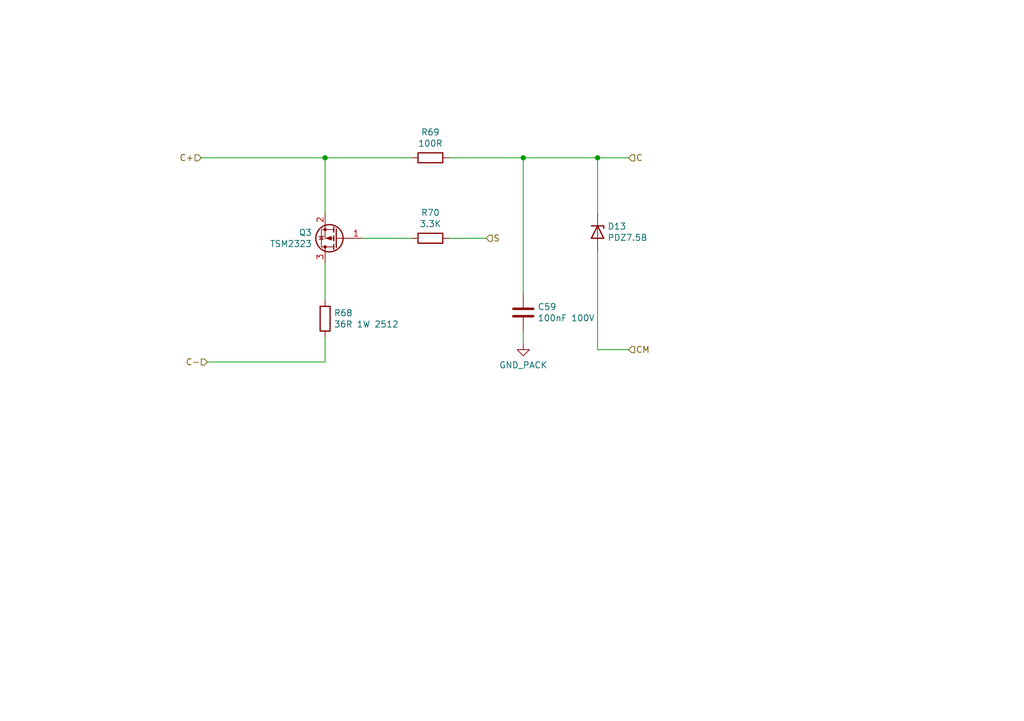
<source format=kicad_sch>
(kicad_sch (version 20230121) (generator eeschema)

  (uuid b617f54a-d595-416e-a403-41f59b27f156)

  (paper "A5")

  (title_block
    (date "2023-10-19")
    (rev "V0.1")
    (company "teTra")
  )

  (lib_symbols
    (symbol "Device:D_Zener" (pin_numbers hide) (pin_names (offset 1.016) hide) (in_bom yes) (on_board yes)
      (property "Reference" "D" (at 0 2.54 0)
        (effects (font (size 1.27 1.27)))
      )
      (property "Value" "D_Zener" (at 0 -2.54 0)
        (effects (font (size 1.27 1.27)))
      )
      (property "Footprint" "" (at 0 0 0)
        (effects (font (size 1.27 1.27)) hide)
      )
      (property "Datasheet" "~" (at 0 0 0)
        (effects (font (size 1.27 1.27)) hide)
      )
      (property "ki_keywords" "diode" (at 0 0 0)
        (effects (font (size 1.27 1.27)) hide)
      )
      (property "ki_description" "Zener diode" (at 0 0 0)
        (effects (font (size 1.27 1.27)) hide)
      )
      (property "ki_fp_filters" "TO-???* *_Diode_* *SingleDiode* D_*" (at 0 0 0)
        (effects (font (size 1.27 1.27)) hide)
      )
      (symbol "D_Zener_0_1"
        (polyline
          (pts
            (xy 1.27 0)
            (xy -1.27 0)
          )
          (stroke (width 0) (type default))
          (fill (type none))
        )
        (polyline
          (pts
            (xy -1.27 -1.27)
            (xy -1.27 1.27)
            (xy -0.762 1.27)
          )
          (stroke (width 0.254) (type default))
          (fill (type none))
        )
        (polyline
          (pts
            (xy 1.27 -1.27)
            (xy 1.27 1.27)
            (xy -1.27 0)
            (xy 1.27 -1.27)
          )
          (stroke (width 0.254) (type default))
          (fill (type none))
        )
      )
      (symbol "D_Zener_1_1"
        (pin passive line (at -3.81 0 0) (length 2.54)
          (name "K" (effects (font (size 1.27 1.27))))
          (number "1" (effects (font (size 1.27 1.27))))
        )
        (pin passive line (at 3.81 0 180) (length 2.54)
          (name "A" (effects (font (size 1.27 1.27))))
          (number "2" (effects (font (size 1.27 1.27))))
        )
      )
    )
    (symbol "Device:Q_PMOS_GSD" (pin_names (offset 0) hide) (in_bom yes) (on_board yes)
      (property "Reference" "Q" (at 5.08 1.27 0)
        (effects (font (size 1.27 1.27)) (justify left))
      )
      (property "Value" "Q_PMOS_GSD" (at 5.08 -1.27 0)
        (effects (font (size 1.27 1.27)) (justify left))
      )
      (property "Footprint" "" (at 5.08 2.54 0)
        (effects (font (size 1.27 1.27)) hide)
      )
      (property "Datasheet" "~" (at 0 0 0)
        (effects (font (size 1.27 1.27)) hide)
      )
      (property "ki_keywords" "transistor PMOS P-MOS P-MOSFET" (at 0 0 0)
        (effects (font (size 1.27 1.27)) hide)
      )
      (property "ki_description" "P-MOSFET transistor, gate/source/drain" (at 0 0 0)
        (effects (font (size 1.27 1.27)) hide)
      )
      (symbol "Q_PMOS_GSD_0_1"
        (polyline
          (pts
            (xy 0.254 0)
            (xy -2.54 0)
          )
          (stroke (width 0) (type default))
          (fill (type none))
        )
        (polyline
          (pts
            (xy 0.254 1.905)
            (xy 0.254 -1.905)
          )
          (stroke (width 0.254) (type default))
          (fill (type none))
        )
        (polyline
          (pts
            (xy 0.762 -1.27)
            (xy 0.762 -2.286)
          )
          (stroke (width 0.254) (type default))
          (fill (type none))
        )
        (polyline
          (pts
            (xy 0.762 0.508)
            (xy 0.762 -0.508)
          )
          (stroke (width 0.254) (type default))
          (fill (type none))
        )
        (polyline
          (pts
            (xy 0.762 2.286)
            (xy 0.762 1.27)
          )
          (stroke (width 0.254) (type default))
          (fill (type none))
        )
        (polyline
          (pts
            (xy 2.54 2.54)
            (xy 2.54 1.778)
          )
          (stroke (width 0) (type default))
          (fill (type none))
        )
        (polyline
          (pts
            (xy 2.54 -2.54)
            (xy 2.54 0)
            (xy 0.762 0)
          )
          (stroke (width 0) (type default))
          (fill (type none))
        )
        (polyline
          (pts
            (xy 0.762 1.778)
            (xy 3.302 1.778)
            (xy 3.302 -1.778)
            (xy 0.762 -1.778)
          )
          (stroke (width 0) (type default))
          (fill (type none))
        )
        (polyline
          (pts
            (xy 2.286 0)
            (xy 1.27 0.381)
            (xy 1.27 -0.381)
            (xy 2.286 0)
          )
          (stroke (width 0) (type default))
          (fill (type outline))
        )
        (polyline
          (pts
            (xy 2.794 -0.508)
            (xy 2.921 -0.381)
            (xy 3.683 -0.381)
            (xy 3.81 -0.254)
          )
          (stroke (width 0) (type default))
          (fill (type none))
        )
        (polyline
          (pts
            (xy 3.302 -0.381)
            (xy 2.921 0.254)
            (xy 3.683 0.254)
            (xy 3.302 -0.381)
          )
          (stroke (width 0) (type default))
          (fill (type none))
        )
        (circle (center 1.651 0) (radius 2.794)
          (stroke (width 0.254) (type default))
          (fill (type none))
        )
        (circle (center 2.54 -1.778) (radius 0.254)
          (stroke (width 0) (type default))
          (fill (type outline))
        )
        (circle (center 2.54 1.778) (radius 0.254)
          (stroke (width 0) (type default))
          (fill (type outline))
        )
      )
      (symbol "Q_PMOS_GSD_1_1"
        (pin input line (at -5.08 0 0) (length 2.54)
          (name "G" (effects (font (size 1.27 1.27))))
          (number "1" (effects (font (size 1.27 1.27))))
        )
        (pin passive line (at 2.54 -5.08 90) (length 2.54)
          (name "S" (effects (font (size 1.27 1.27))))
          (number "2" (effects (font (size 1.27 1.27))))
        )
        (pin passive line (at 2.54 5.08 270) (length 2.54)
          (name "D" (effects (font (size 1.27 1.27))))
          (number "3" (effects (font (size 1.27 1.27))))
        )
      )
    )
    (symbol "Device:R" (pin_numbers hide) (pin_names (offset 0)) (in_bom yes) (on_board yes)
      (property "Reference" "R" (at 2.032 0 90)
        (effects (font (size 1.27 1.27)))
      )
      (property "Value" "R" (at 0 0 90)
        (effects (font (size 1.27 1.27)))
      )
      (property "Footprint" "" (at -1.778 0 90)
        (effects (font (size 1.27 1.27)) hide)
      )
      (property "Datasheet" "~" (at 0 0 0)
        (effects (font (size 1.27 1.27)) hide)
      )
      (property "ki_keywords" "R res resistor" (at 0 0 0)
        (effects (font (size 1.27 1.27)) hide)
      )
      (property "ki_description" "Resistor" (at 0 0 0)
        (effects (font (size 1.27 1.27)) hide)
      )
      (property "ki_fp_filters" "R_*" (at 0 0 0)
        (effects (font (size 1.27 1.27)) hide)
      )
      (symbol "R_0_1"
        (rectangle (start -1.016 -2.54) (end 1.016 2.54)
          (stroke (width 0.254) (type default))
          (fill (type none))
        )
      )
      (symbol "R_1_1"
        (pin passive line (at 0 3.81 270) (length 1.27)
          (name "~" (effects (font (size 1.27 1.27))))
          (number "1" (effects (font (size 1.27 1.27))))
        )
        (pin passive line (at 0 -3.81 90) (length 1.27)
          (name "~" (effects (font (size 1.27 1.27))))
          (number "2" (effects (font (size 1.27 1.27))))
        )
      )
    )
    (symbol "LTC6811-rescue:C-Device" (pin_numbers hide) (pin_names (offset 0.254)) (in_bom yes) (on_board yes)
      (property "Reference" "C" (at 0.635 2.54 0)
        (effects (font (size 1.27 1.27)) (justify left))
      )
      (property "Value" "Device_C" (at 0.635 -2.54 0)
        (effects (font (size 1.27 1.27)) (justify left))
      )
      (property "Footprint" "" (at 0.9652 -3.81 0)
        (effects (font (size 1.27 1.27)) hide)
      )
      (property "Datasheet" "" (at 0 0 0)
        (effects (font (size 1.27 1.27)) hide)
      )
      (property "ki_fp_filters" "C_*" (at 0 0 0)
        (effects (font (size 1.27 1.27)) hide)
      )
      (symbol "C-Device_0_1"
        (polyline
          (pts
            (xy -2.032 -0.762)
            (xy 2.032 -0.762)
          )
          (stroke (width 0.508) (type solid))
          (fill (type none))
        )
        (polyline
          (pts
            (xy -2.032 0.762)
            (xy 2.032 0.762)
          )
          (stroke (width 0.508) (type solid))
          (fill (type none))
        )
      )
      (symbol "C-Device_1_1"
        (pin passive line (at 0 3.81 270) (length 2.794)
          (name "~" (effects (font (size 1.27 1.27))))
          (number "1" (effects (font (size 1.27 1.27))))
        )
        (pin passive line (at 0 -3.81 90) (length 2.794)
          (name "~" (effects (font (size 1.27 1.27))))
          (number "2" (effects (font (size 1.27 1.27))))
        )
      )
    )
    (symbol "power:GND_PACK" (power) (pin_names (offset 0)) (in_bom yes) (on_board yes)
      (property "Reference" "#PWR" (at 0 -6.35 0)
        (effects (font (size 1.27 1.27)) hide)
      )
      (property "Value" "GND_PACK" (at 0 -3.81 0)
        (effects (font (size 1.27 1.27)))
      )
      (property "Footprint" "" (at 0 0 0)
        (effects (font (size 1.27 1.27)) hide)
      )
      (property "Datasheet" "" (at 0 0 0)
        (effects (font (size 1.27 1.27)) hide)
      )
      (property "ki_keywords" "global power" (at 0 0 0)
        (effects (font (size 1.27 1.27)) hide)
      )
      (property "ki_description" "Power symbol creates a global label with name \"GND_PACK\" , ground" (at 0 0 0)
        (effects (font (size 1.27 1.27)) hide)
      )
      (symbol "GND_PACK_0_1"
        (polyline
          (pts
            (xy 0 0)
            (xy 0 -1.27)
            (xy 1.27 -1.27)
            (xy 0 -2.54)
            (xy -1.27 -1.27)
            (xy 0 -1.27)
          )
          (stroke (width 0) (type default))
          (fill (type none))
        )
      )
      (symbol "GND_PACK_1_1"
        (pin power_in line (at 0 0 270) (length 0) hide
          (name "GND_PACK" (effects (font (size 1.27 1.27))))
          (number "1" (effects (font (size 1.27 1.27))))
        )
      )
    )
  )

  (junction (at 122.555 32.385) (diameter 0) (color 0 0 0 0)
    (uuid 5a41a0a9-4a65-4203-9379-8b75415dce6d)
  )
  (junction (at 107.315 32.385) (diameter 0) (color 0 0 0 0)
    (uuid 5f139e44-093e-43a7-a558-f20763f89a8f)
  )
  (junction (at 66.675 32.385) (diameter 0) (color 0 0 0 0)
    (uuid b3215ab0-2cfc-4375-9f4b-50ddd3c00b07)
  )

  (wire (pts (xy 66.675 69.215) (xy 66.675 74.295))
    (stroke (width 0) (type default))
    (uuid 00449964-0469-4a40-8a7e-3261f8f4212d)
  )
  (wire (pts (xy 42.545 74.295) (xy 66.675 74.295))
    (stroke (width 0) (type default))
    (uuid 20aa87fc-cf9a-4f23-a711-cae9932a4116)
  )
  (wire (pts (xy 122.555 32.385) (xy 128.905 32.385))
    (stroke (width 0) (type default))
    (uuid 28efcf94-7f38-4e5a-9267-04afb8c9b61c)
  )
  (wire (pts (xy 107.315 32.385) (xy 107.315 60.325))
    (stroke (width 0) (type default))
    (uuid 3afca798-79e6-4583-9d91-d7af3342a090)
  )
  (wire (pts (xy 122.555 51.435) (xy 122.555 71.755))
    (stroke (width 0) (type default))
    (uuid 5d96c59a-744d-401f-b160-d49ad2c7fb37)
  )
  (wire (pts (xy 66.675 53.975) (xy 66.675 61.595))
    (stroke (width 0) (type default))
    (uuid 685fa693-2cd3-4577-ac16-caf4cb0af852)
  )
  (wire (pts (xy 92.075 48.895) (xy 99.695 48.895))
    (stroke (width 0) (type default))
    (uuid 980ada39-89b2-4e8d-ac5d-5e63b8225a22)
  )
  (wire (pts (xy 107.315 67.945) (xy 107.315 70.485))
    (stroke (width 0) (type default))
    (uuid 9e847583-a3ad-4aa2-b215-b0583e9cd0e7)
  )
  (wire (pts (xy 92.075 32.385) (xy 107.315 32.385))
    (stroke (width 0) (type default))
    (uuid d50952f2-e7b8-4d22-94ed-f1fb55d03bc9)
  )
  (wire (pts (xy 122.555 71.755) (xy 128.905 71.755))
    (stroke (width 0) (type default))
    (uuid e4f48ee0-1025-4c78-bcb3-94534fa4edbc)
  )
  (wire (pts (xy 107.315 32.385) (xy 122.555 32.385))
    (stroke (width 0) (type default))
    (uuid e53e0e6b-cb7c-4c17-b15b-9cafe4dfdcbe)
  )
  (wire (pts (xy 66.675 32.385) (xy 66.675 43.815))
    (stroke (width 0) (type default))
    (uuid e5b313e2-7811-4969-b2bd-2198c88a4048)
  )
  (wire (pts (xy 84.455 32.385) (xy 66.675 32.385))
    (stroke (width 0) (type default))
    (uuid eb2cd8c9-4878-4dc2-a6ce-f0eb2d55dcc9)
  )
  (wire (pts (xy 41.275 32.385) (xy 66.675 32.385))
    (stroke (width 0) (type default))
    (uuid f172ebd6-a074-4a52-9a82-d6e8207c0df7)
  )
  (wire (pts (xy 74.295 48.895) (xy 84.455 48.895))
    (stroke (width 0) (type default))
    (uuid f6c39dd0-8257-4df2-8246-2b7c82daa4a9)
  )
  (wire (pts (xy 122.555 43.815) (xy 122.555 32.385))
    (stroke (width 0) (type default))
    (uuid fdd47970-c072-4da4-8644-8bf011c6214b)
  )

  (hierarchical_label "S" (shape input) (at 99.695 48.895 0) (fields_autoplaced)
    (effects (font (size 1.27 1.27)) (justify left))
    (uuid 4a6bbecf-03f6-4c06-bb2e-550e96c8bdbc)
  )
  (hierarchical_label "C" (shape input) (at 128.905 32.385 0) (fields_autoplaced)
    (effects (font (size 1.27 1.27)) (justify left))
    (uuid 4d348356-9c8b-4d14-82b9-f6a543218144)
  )
  (hierarchical_label "C+" (shape input) (at 41.275 32.385 180) (fields_autoplaced)
    (effects (font (size 1.27 1.27)) (justify right))
    (uuid 4dda22f8-6091-4ff5-af73-cb7c121ff4d7)
  )
  (hierarchical_label "C-" (shape input) (at 42.545 74.295 180) (fields_autoplaced)
    (effects (font (size 1.27 1.27)) (justify right))
    (uuid 7558b255-b61b-4ec0-9d0f-5f1770b52780)
  )
  (hierarchical_label "CM" (shape input) (at 128.905 71.755 0) (fields_autoplaced)
    (effects (font (size 1.27 1.27)) (justify left))
    (uuid 9cc79c65-54f9-43ba-9363-91facd3e8160)
  )

  (symbol (lib_id "Device:Q_PMOS_GSD") (at 69.215 48.895 180) (unit 1)
    (in_bom yes) (on_board yes) (dnp no)
    (uuid 0521340c-6875-40b5-8f4e-658aa854575c)
    (property "Reference" "Q3" (at 64.008 47.7266 0)
      (effects (font (size 1.27 1.27)) (justify left))
    )
    (property "Value" "TSM2323" (at 64.008 50.038 0)
      (effects (font (size 1.27 1.27)) (justify left))
    )
    (property "Footprint" "Package_TO_SOT_SMD:SOT-23" (at 64.135 51.435 0)
      (effects (font (size 1.27 1.27)) hide)
    )
    (property "Datasheet" "https://www.taiwansemi.com/assets/uploads/datasheet/TSM2323_F15.pdf" (at 69.215 48.895 0)
      (effects (font (size 1.27 1.27)) hide)
    )
    (property "MPN" "TSM2323CX RFG " (at 69.215 48.895 0)
      (effects (font (size 1.27 1.27)) hide)
    )
    (property "Description" "P-Channel 20 V 4.7A (Ta) 1.25W (Ta) Surface Mount SOT-23" (at 69.215 48.895 0)
      (effects (font (size 1.27 1.27)) hide)
    )
    (property "Link" "https://www.digikey.jp/en/products/detail/taiwan-semiconductor-corporation/TSM2323CX-RFG/7360264?s=N4IgTCBcDaICoGUCyYDMaDCANABAJQDEBxHEAXQF8g" (at 69.215 48.895 0)
      (effects (font (size 1.27 1.27)) hide)
    )
    (pin "1" (uuid de979a08-0494-4a82-94cb-7307717053d8))
    (pin "2" (uuid 1eadc494-f02c-43e8-844d-5edaf151ab48))
    (pin "3" (uuid 84f172cc-039c-4244-8d81-344919d5ff2b))
    (instances
      (project "LTC6811_ESP32_V1.0"
        (path "/6a86ff6f-b159-4c4c-8a40-e732cc82e010/0999518d-09c3-4a69-bd78-ff81b3ce8dd2/465070a3-d5f3-43ad-8597-2e1a5d40b801"
          (reference "Q3") (unit 1)
        )
        (path "/6a86ff6f-b159-4c4c-8a40-e732cc82e010/0999518d-09c3-4a69-bd78-ff81b3ce8dd2/e334af48-6edd-41fc-8590-ee7e4dff41f8"
          (reference "Q4") (unit 1)
        )
        (path "/6a86ff6f-b159-4c4c-8a40-e732cc82e010/0999518d-09c3-4a69-bd78-ff81b3ce8dd2/19041a75-53c8-4483-ab7a-6e49fae012b6"
          (reference "Q5") (unit 1)
        )
        (path "/6a86ff6f-b159-4c4c-8a40-e732cc82e010/0999518d-09c3-4a69-bd78-ff81b3ce8dd2/e53818c9-b8a7-47e2-8bef-2b7a2c59483f"
          (reference "Q6") (unit 1)
        )
        (path "/6a86ff6f-b159-4c4c-8a40-e732cc82e010/0999518d-09c3-4a69-bd78-ff81b3ce8dd2/d68d73fb-b65c-48fe-93ad-ef8e1e59b36d"
          (reference "Q7") (unit 1)
        )
        (path "/6a86ff6f-b159-4c4c-8a40-e732cc82e010/0999518d-09c3-4a69-bd78-ff81b3ce8dd2/bd59d348-fc68-4734-92b5-50f888b7578c"
          (reference "Q8") (unit 1)
        )
        (path "/6a86ff6f-b159-4c4c-8a40-e732cc82e010/0999518d-09c3-4a69-bd78-ff81b3ce8dd2/8de7d13b-b697-42c9-ba84-33fadfc425b6"
          (reference "Q9") (unit 1)
        )
        (path "/6a86ff6f-b159-4c4c-8a40-e732cc82e010/0999518d-09c3-4a69-bd78-ff81b3ce8dd2/60cc472b-ffa3-49bc-9ffa-1eb4726af0bf"
          (reference "Q10") (unit 1)
        )
        (path "/6a86ff6f-b159-4c4c-8a40-e732cc82e010/0999518d-09c3-4a69-bd78-ff81b3ce8dd2/463e1fe4-7edf-42b1-8034-da5791a5ce86"
          (reference "Q11") (unit 1)
        )
        (path "/6a86ff6f-b159-4c4c-8a40-e732cc82e010/0999518d-09c3-4a69-bd78-ff81b3ce8dd2/210373bf-e475-47d4-99fb-665ba599d634"
          (reference "Q12") (unit 1)
        )
        (path "/6a86ff6f-b159-4c4c-8a40-e732cc82e010/0999518d-09c3-4a69-bd78-ff81b3ce8dd2/c041c063-928c-41d7-8623-0d8fabfc1e80"
          (reference "Q13") (unit 1)
        )
        (path "/6a86ff6f-b159-4c4c-8a40-e732cc82e010/0999518d-09c3-4a69-bd78-ff81b3ce8dd2/fedf4b0c-24fd-4552-8bac-0aa12510716a"
          (reference "Q14") (unit 1)
        )
      )
      (project "LTC6811"
        (path "/c4061cfa-a05d-44c7-ba89-bb211c8b143a/00000000-0000-0000-0000-00005c4fcbe0"
          (reference "Q3") (unit 1)
        )
        (path "/c4061cfa-a05d-44c7-ba89-bb211c8b143a/00000000-0000-0000-0000-00005c4fced8"
          (reference "Q5") (unit 1)
        )
        (path "/c4061cfa-a05d-44c7-ba89-bb211c8b143a/00000000-0000-0000-0000-00005c4fd330"
          (reference "Q7") (unit 1)
        )
        (path "/c4061cfa-a05d-44c7-ba89-bb211c8b143a/00000000-0000-0000-0000-00005c4fd33c"
          (reference "Q9") (unit 1)
        )
        (path "/c4061cfa-a05d-44c7-ba89-bb211c8b143a/00000000-0000-0000-0000-00005c4ffa2b"
          (reference "Q11") (unit 1)
        )
        (path "/c4061cfa-a05d-44c7-ba89-bb211c8b143a/00000000-0000-0000-0000-00005c4ffa37"
          (reference "Q13") (unit 1)
        )
        (path "/c4061cfa-a05d-44c7-ba89-bb211c8b143a/00000000-0000-0000-0000-00005c4fced2"
          (reference "Q4") (unit 1)
        )
        (path "/c4061cfa-a05d-44c7-ba89-bb211c8b143a/00000000-0000-0000-0000-00005c4fd336"
          (reference "Q8") (unit 1)
        )
        (path "/c4061cfa-a05d-44c7-ba89-bb211c8b143a/00000000-0000-0000-0000-00005c4ffa31"
          (reference "Q12") (unit 1)
        )
        (path "/c4061cfa-a05d-44c7-ba89-bb211c8b143a/00000000-0000-0000-0000-00005c4f59f4"
          (reference "Q2") (unit 1)
        )
        (path "/c4061cfa-a05d-44c7-ba89-bb211c8b143a/00000000-0000-0000-0000-00005c4ffa25"
          (reference "Q10") (unit 1)
        )
        (path "/c4061cfa-a05d-44c7-ba89-bb211c8b143a/00000000-0000-0000-0000-00005c4fd32a"
          (reference "Q6") (unit 1)
        )
      )
    )
  )

  (symbol (lib_id "power:GND_PACK") (at 107.315 70.485 0) (unit 1)
    (in_bom yes) (on_board yes) (dnp no) (fields_autoplaced)
    (uuid 5d892bb2-6629-460c-a20d-058cbe4979bb)
    (property "Reference" "#PWR085" (at 107.315 76.835 0)
      (effects (font (size 1.27 1.27)) hide)
    )
    (property "Value" "GND_PACK" (at 107.315 74.93 0)
      (effects (font (size 1.27 1.27)))
    )
    (property "Footprint" "" (at 107.315 70.485 0)
      (effects (font (size 1.27 1.27)) hide)
    )
    (property "Datasheet" "" (at 107.315 70.485 0)
      (effects (font (size 1.27 1.27)) hide)
    )
    (pin "1" (uuid c6433e8f-9801-448a-a8a7-0d35a802ca90))
    (instances
      (project "LTC6811_ESP32_V1.0"
        (path "/6a86ff6f-b159-4c4c-8a40-e732cc82e010/0999518d-09c3-4a69-bd78-ff81b3ce8dd2"
          (reference "#PWR085") (unit 1)
        )
        (path "/6a86ff6f-b159-4c4c-8a40-e732cc82e010/0999518d-09c3-4a69-bd78-ff81b3ce8dd2/465070a3-d5f3-43ad-8597-2e1a5d40b801"
          (reference "#PWR086") (unit 1)
        )
        (path "/6a86ff6f-b159-4c4c-8a40-e732cc82e010/0999518d-09c3-4a69-bd78-ff81b3ce8dd2/e334af48-6edd-41fc-8590-ee7e4dff41f8"
          (reference "#PWR087") (unit 1)
        )
        (path "/6a86ff6f-b159-4c4c-8a40-e732cc82e010/0999518d-09c3-4a69-bd78-ff81b3ce8dd2/19041a75-53c8-4483-ab7a-6e49fae012b6"
          (reference "#PWR088") (unit 1)
        )
        (path "/6a86ff6f-b159-4c4c-8a40-e732cc82e010/0999518d-09c3-4a69-bd78-ff81b3ce8dd2/e53818c9-b8a7-47e2-8bef-2b7a2c59483f"
          (reference "#PWR089") (unit 1)
        )
        (path "/6a86ff6f-b159-4c4c-8a40-e732cc82e010/0999518d-09c3-4a69-bd78-ff81b3ce8dd2/d68d73fb-b65c-48fe-93ad-ef8e1e59b36d"
          (reference "#PWR090") (unit 1)
        )
        (path "/6a86ff6f-b159-4c4c-8a40-e732cc82e010/0999518d-09c3-4a69-bd78-ff81b3ce8dd2/bd59d348-fc68-4734-92b5-50f888b7578c"
          (reference "#PWR091") (unit 1)
        )
        (path "/6a86ff6f-b159-4c4c-8a40-e732cc82e010/0999518d-09c3-4a69-bd78-ff81b3ce8dd2/8de7d13b-b697-42c9-ba84-33fadfc425b6"
          (reference "#PWR092") (unit 1)
        )
        (path "/6a86ff6f-b159-4c4c-8a40-e732cc82e010/0999518d-09c3-4a69-bd78-ff81b3ce8dd2/60cc472b-ffa3-49bc-9ffa-1eb4726af0bf"
          (reference "#PWR093") (unit 1)
        )
        (path "/6a86ff6f-b159-4c4c-8a40-e732cc82e010/0999518d-09c3-4a69-bd78-ff81b3ce8dd2/463e1fe4-7edf-42b1-8034-da5791a5ce86"
          (reference "#PWR094") (unit 1)
        )
        (path "/6a86ff6f-b159-4c4c-8a40-e732cc82e010/0999518d-09c3-4a69-bd78-ff81b3ce8dd2/210373bf-e475-47d4-99fb-665ba599d634"
          (reference "#PWR095") (unit 1)
        )
        (path "/6a86ff6f-b159-4c4c-8a40-e732cc82e010/0999518d-09c3-4a69-bd78-ff81b3ce8dd2/c041c063-928c-41d7-8623-0d8fabfc1e80"
          (reference "#PWR096") (unit 1)
        )
        (path "/6a86ff6f-b159-4c4c-8a40-e732cc82e010/0999518d-09c3-4a69-bd78-ff81b3ce8dd2/fedf4b0c-24fd-4552-8bac-0aa12510716a"
          (reference "#PWR097") (unit 1)
        )
      )
    )
  )

  (symbol (lib_id "Device:R") (at 88.265 48.895 270) (unit 1)
    (in_bom yes) (on_board yes) (dnp no)
    (uuid 5f2a1073-76ab-46f5-9581-e7e19e53c38d)
    (property "Reference" "R70" (at 88.265 43.6372 90)
      (effects (font (size 1.27 1.27)))
    )
    (property "Value" "3.3K" (at 88.265 45.9486 90)
      (effects (font (size 1.27 1.27)))
    )
    (property "Footprint" "Resistor_SMD:R_0603_1608Metric" (at 88.265 47.117 90)
      (effects (font (size 1.27 1.27)) hide)
    )
    (property "Datasheet" "https://www.yageo.com/upload/media/product/app/datasheet/rchip/pyu-rc_group_51_rohs_l.pdf" (at 88.265 48.895 0)
      (effects (font (size 1.27 1.27)) hide)
    )
    (property "MPN" "RC0603FR-073K3L" (at 88.265 48.895 0)
      (effects (font (size 1.27 1.27)) hide)
    )
    (property "Description" "3.3 kOhms ±1% 0.1W, 1/10W Chip Resistor 0603 (1608 Metric) Moisture Resistant Thick Film" (at 88.265 48.895 0)
      (effects (font (size 1.27 1.27)) hide)
    )
    (property "Link" "https://www.digikey.jp/en/products/detail/yageo/RC0603FR-073K3L/727126?s=N4IgTCBcDaIEoGEAMA2JBmAYnAtEg7OgNboAyIAugL5A" (at 88.265 48.895 0)
      (effects (font (size 1.27 1.27)) hide)
    )
    (pin "1" (uuid 2bdb3f02-610a-4f6a-9ec1-9e5915d7c4cb))
    (pin "2" (uuid 25ad0aa9-9760-4419-bf71-f28dd03f5761))
    (instances
      (project "LTC6811_ESP32_V1.0"
        (path "/6a86ff6f-b159-4c4c-8a40-e732cc82e010/0999518d-09c3-4a69-bd78-ff81b3ce8dd2/465070a3-d5f3-43ad-8597-2e1a5d40b801"
          (reference "R70") (unit 1)
        )
        (path "/6a86ff6f-b159-4c4c-8a40-e732cc82e010/0999518d-09c3-4a69-bd78-ff81b3ce8dd2/e334af48-6edd-41fc-8590-ee7e4dff41f8"
          (reference "R73") (unit 1)
        )
        (path "/6a86ff6f-b159-4c4c-8a40-e732cc82e010/0999518d-09c3-4a69-bd78-ff81b3ce8dd2/19041a75-53c8-4483-ab7a-6e49fae012b6"
          (reference "R76") (unit 1)
        )
        (path "/6a86ff6f-b159-4c4c-8a40-e732cc82e010/0999518d-09c3-4a69-bd78-ff81b3ce8dd2/e53818c9-b8a7-47e2-8bef-2b7a2c59483f"
          (reference "R79") (unit 1)
        )
        (path "/6a86ff6f-b159-4c4c-8a40-e732cc82e010/0999518d-09c3-4a69-bd78-ff81b3ce8dd2/d68d73fb-b65c-48fe-93ad-ef8e1e59b36d"
          (reference "R82") (unit 1)
        )
        (path "/6a86ff6f-b159-4c4c-8a40-e732cc82e010/0999518d-09c3-4a69-bd78-ff81b3ce8dd2/bd59d348-fc68-4734-92b5-50f888b7578c"
          (reference "R85") (unit 1)
        )
        (path "/6a86ff6f-b159-4c4c-8a40-e732cc82e010/0999518d-09c3-4a69-bd78-ff81b3ce8dd2/8de7d13b-b697-42c9-ba84-33fadfc425b6"
          (reference "R88") (unit 1)
        )
        (path "/6a86ff6f-b159-4c4c-8a40-e732cc82e010/0999518d-09c3-4a69-bd78-ff81b3ce8dd2/60cc472b-ffa3-49bc-9ffa-1eb4726af0bf"
          (reference "R91") (unit 1)
        )
        (path "/6a86ff6f-b159-4c4c-8a40-e732cc82e010/0999518d-09c3-4a69-bd78-ff81b3ce8dd2/463e1fe4-7edf-42b1-8034-da5791a5ce86"
          (reference "R94") (unit 1)
        )
        (path "/6a86ff6f-b159-4c4c-8a40-e732cc82e010/0999518d-09c3-4a69-bd78-ff81b3ce8dd2/210373bf-e475-47d4-99fb-665ba599d634"
          (reference "R97") (unit 1)
        )
        (path "/6a86ff6f-b159-4c4c-8a40-e732cc82e010/0999518d-09c3-4a69-bd78-ff81b3ce8dd2/c041c063-928c-41d7-8623-0d8fabfc1e80"
          (reference "R100") (unit 1)
        )
        (path "/6a86ff6f-b159-4c4c-8a40-e732cc82e010/0999518d-09c3-4a69-bd78-ff81b3ce8dd2/fedf4b0c-24fd-4552-8bac-0aa12510716a"
          (reference "R103") (unit 1)
        )
      )
      (project "LTC6811"
        (path "/c4061cfa-a05d-44c7-ba89-bb211c8b143a/00000000-0000-0000-0000-00005c4fcbe0"
          (reference "R17") (unit 1)
        )
        (path "/c4061cfa-a05d-44c7-ba89-bb211c8b143a/00000000-0000-0000-0000-00005c4fced8"
          (reference "R23") (unit 1)
        )
        (path "/c4061cfa-a05d-44c7-ba89-bb211c8b143a/00000000-0000-0000-0000-00005c4fd330"
          (reference "R29") (unit 1)
        )
        (path "/c4061cfa-a05d-44c7-ba89-bb211c8b143a/00000000-0000-0000-0000-00005c4fd33c"
          (reference "R35") (unit 1)
        )
        (path "/c4061cfa-a05d-44c7-ba89-bb211c8b143a/00000000-0000-0000-0000-00005c4ffa2b"
          (reference "R41") (unit 1)
        )
        (path "/c4061cfa-a05d-44c7-ba89-bb211c8b143a/00000000-0000-0000-0000-00005c4ffa37"
          (reference "R47") (unit 1)
        )
        (path "/c4061cfa-a05d-44c7-ba89-bb211c8b143a/00000000-0000-0000-0000-00005c4fced2"
          (reference "R20") (unit 1)
        )
        (path "/c4061cfa-a05d-44c7-ba89-bb211c8b143a/00000000-0000-0000-0000-00005c4fd336"
          (reference "R32") (unit 1)
        )
        (path "/c4061cfa-a05d-44c7-ba89-bb211c8b143a/00000000-0000-0000-0000-00005c4ffa31"
          (reference "R44") (unit 1)
        )
        (path "/c4061cfa-a05d-44c7-ba89-bb211c8b143a/00000000-0000-0000-0000-00005c4f59f4"
          (reference "R14") (unit 1)
        )
        (path "/c4061cfa-a05d-44c7-ba89-bb211c8b143a/00000000-0000-0000-0000-00005c4ffa25"
          (reference "R38") (unit 1)
        )
        (path "/c4061cfa-a05d-44c7-ba89-bb211c8b143a/00000000-0000-0000-0000-00005c4fd32a"
          (reference "R26") (unit 1)
        )
      )
    )
  )

  (symbol (lib_id "LTC6811-rescue:C-Device") (at 107.315 64.135 0) (unit 1)
    (in_bom yes) (on_board yes) (dnp no)
    (uuid b6a6273f-7685-4248-b1db-9f35a32326fb)
    (property "Reference" "C59" (at 110.236 62.9666 0)
      (effects (font (size 1.27 1.27)) (justify left))
    )
    (property "Value" "100nF 100V" (at 110.236 65.278 0)
      (effects (font (size 1.27 1.27)) (justify left))
    )
    (property "Footprint" "Capacitor_SMD:C_0603_1608Metric" (at 108.2802 67.945 0)
      (effects (font (size 1.27 1.27)) hide)
    )
    (property "Datasheet" "https://www.digikey.jp/en/products/detail/samsung-electro-mechanics/CL10B104KC8NNNC/5961291?s=N4IgTCBcDaIMIBkCMAGAQqgLAaTgDgDki4AdEkAXQF8g" (at 107.315 64.135 0)
      (effects (font (size 1.27 1.27)) hide)
    )
    (property "MPN" "CL10B104KC8NNNC" (at 107.315 64.135 0)
      (effects (font (size 1.27 1.27)) hide)
    )
    (property "Description" "0.1 µF ±10% 100V Ceramic Capacitor X7R 0603 (1608 Metric)" (at 107.315 64.135 0)
      (effects (font (size 1.27 1.27)) hide)
    )
    (property "Link" "https://www.digikey.jp/en/products/detail/samsung-electro-mechanics/CL10B104KC8NNNC/5961291?s=N4IgTCBcDaIMIBkCMAGAQqgLAaTgDgDki4QBdAXyA" (at 107.315 64.135 0)
      (effects (font (size 1.27 1.27)) hide)
    )
    (pin "1" (uuid b7d80729-4f1d-49bb-bf6f-af51490b6c3f))
    (pin "2" (uuid 38b99dfe-eb21-4ea2-ab90-5b0d05c8d2ab))
    (instances
      (project "LTC6811_ESP32_V1.0"
        (path "/6a86ff6f-b159-4c4c-8a40-e732cc82e010/0999518d-09c3-4a69-bd78-ff81b3ce8dd2/465070a3-d5f3-43ad-8597-2e1a5d40b801"
          (reference "C59") (unit 1)
        )
        (path "/6a86ff6f-b159-4c4c-8a40-e732cc82e010/0999518d-09c3-4a69-bd78-ff81b3ce8dd2/e334af48-6edd-41fc-8590-ee7e4dff41f8"
          (reference "C60") (unit 1)
        )
        (path "/6a86ff6f-b159-4c4c-8a40-e732cc82e010/0999518d-09c3-4a69-bd78-ff81b3ce8dd2/19041a75-53c8-4483-ab7a-6e49fae012b6"
          (reference "C61") (unit 1)
        )
        (path "/6a86ff6f-b159-4c4c-8a40-e732cc82e010/0999518d-09c3-4a69-bd78-ff81b3ce8dd2/e53818c9-b8a7-47e2-8bef-2b7a2c59483f"
          (reference "C62") (unit 1)
        )
        (path "/6a86ff6f-b159-4c4c-8a40-e732cc82e010/0999518d-09c3-4a69-bd78-ff81b3ce8dd2/d68d73fb-b65c-48fe-93ad-ef8e1e59b36d"
          (reference "C63") (unit 1)
        )
        (path "/6a86ff6f-b159-4c4c-8a40-e732cc82e010/0999518d-09c3-4a69-bd78-ff81b3ce8dd2/bd59d348-fc68-4734-92b5-50f888b7578c"
          (reference "C64") (unit 1)
        )
        (path "/6a86ff6f-b159-4c4c-8a40-e732cc82e010/0999518d-09c3-4a69-bd78-ff81b3ce8dd2/8de7d13b-b697-42c9-ba84-33fadfc425b6"
          (reference "C65") (unit 1)
        )
        (path "/6a86ff6f-b159-4c4c-8a40-e732cc82e010/0999518d-09c3-4a69-bd78-ff81b3ce8dd2/60cc472b-ffa3-49bc-9ffa-1eb4726af0bf"
          (reference "C66") (unit 1)
        )
        (path "/6a86ff6f-b159-4c4c-8a40-e732cc82e010/0999518d-09c3-4a69-bd78-ff81b3ce8dd2/463e1fe4-7edf-42b1-8034-da5791a5ce86"
          (reference "C67") (unit 1)
        )
        (path "/6a86ff6f-b159-4c4c-8a40-e732cc82e010/0999518d-09c3-4a69-bd78-ff81b3ce8dd2/210373bf-e475-47d4-99fb-665ba599d634"
          (reference "C68") (unit 1)
        )
        (path "/6a86ff6f-b159-4c4c-8a40-e732cc82e010/0999518d-09c3-4a69-bd78-ff81b3ce8dd2/c041c063-928c-41d7-8623-0d8fabfc1e80"
          (reference "C69") (unit 1)
        )
        (path "/6a86ff6f-b159-4c4c-8a40-e732cc82e010/0999518d-09c3-4a69-bd78-ff81b3ce8dd2/fedf4b0c-24fd-4552-8bac-0aa12510716a"
          (reference "C70") (unit 1)
        )
      )
      (project "LTC6811"
        (path "/c4061cfa-a05d-44c7-ba89-bb211c8b143a/00000000-0000-0000-0000-00005c4fcbe0"
          (reference "C14") (unit 1)
        )
        (path "/c4061cfa-a05d-44c7-ba89-bb211c8b143a/00000000-0000-0000-0000-00005c4fced8"
          (reference "C16") (unit 1)
        )
        (path "/c4061cfa-a05d-44c7-ba89-bb211c8b143a/00000000-0000-0000-0000-00005c4fd330"
          (reference "C18") (unit 1)
        )
        (path "/c4061cfa-a05d-44c7-ba89-bb211c8b143a/00000000-0000-0000-0000-00005c4fd33c"
          (reference "C20") (unit 1)
        )
        (path "/c4061cfa-a05d-44c7-ba89-bb211c8b143a/00000000-0000-0000-0000-00005c4ffa2b"
          (reference "C22") (unit 1)
        )
        (path "/c4061cfa-a05d-44c7-ba89-bb211c8b143a/00000000-0000-0000-0000-00005c4ffa37"
          (reference "C24") (unit 1)
        )
        (path "/c4061cfa-a05d-44c7-ba89-bb211c8b143a/00000000-0000-0000-0000-00005c4fced2"
          (reference "C15") (unit 1)
        )
        (path "/c4061cfa-a05d-44c7-ba89-bb211c8b143a/00000000-0000-0000-0000-00005c4fd336"
          (reference "C19") (unit 1)
        )
        (path "/c4061cfa-a05d-44c7-ba89-bb211c8b143a/00000000-0000-0000-0000-00005c4ffa31"
          (reference "C23") (unit 1)
        )
        (path "/c4061cfa-a05d-44c7-ba89-bb211c8b143a/00000000-0000-0000-0000-00005c4f59f4"
          (reference "C13") (unit 1)
        )
        (path "/c4061cfa-a05d-44c7-ba89-bb211c8b143a/00000000-0000-0000-0000-00005c4ffa25"
          (reference "C21") (unit 1)
        )
        (path "/c4061cfa-a05d-44c7-ba89-bb211c8b143a/00000000-0000-0000-0000-00005c4fd32a"
          (reference "C17") (unit 1)
        )
      )
    )
  )

  (symbol (lib_id "Device:R") (at 66.675 65.405 180) (unit 1)
    (in_bom yes) (on_board yes) (dnp no)
    (uuid cf86cc3e-0bf9-498f-9c39-5ddc44f31eaf)
    (property "Reference" "R68" (at 68.453 64.2366 0)
      (effects (font (size 1.27 1.27)) (justify right))
    )
    (property "Value" "36R 1W 2512" (at 68.453 66.548 0)
      (effects (font (size 1.27 1.27)) (justify right))
    )
    (property "Footprint" "Resistor_SMD:R_2512_6332Metric" (at 68.453 65.405 90)
      (effects (font (size 1.27 1.27)) hide)
    )
    (property "Datasheet" "https://www.seielect.com/catalog/sei-rmcf_rmcp.pdf" (at 66.675 65.405 0)
      (effects (font (size 1.27 1.27)) hide)
    )
    (property "MPN" "RTT25360JTE" (at 66.675 65.405 0)
      (effects (font (size 1.27 1.27)) hide)
    )
    (property "Description" "36 Ohms ±5% 1W Chip Resistor 2512 (6432 Metric) Automotive AEC-Q200 Thick Film" (at 66.675 65.405 0)
      (effects (font (size 1.27 1.27)) hide)
    )
    (property "Link" "https://www.digikey.jp/en/products/detail/stackpole-electronics-inc/RMCF2512JT36R0/1716346" (at 66.675 65.405 0)
      (effects (font (size 1.27 1.27)) hide)
    )
    (pin "1" (uuid 1ff8c558-430b-43a8-90ed-c8866ce35a66))
    (pin "2" (uuid bccc98af-94b7-49b5-bd79-712c586015a2))
    (instances
      (project "LTC6811_ESP32_V1.0"
        (path "/6a86ff6f-b159-4c4c-8a40-e732cc82e010/0999518d-09c3-4a69-bd78-ff81b3ce8dd2/465070a3-d5f3-43ad-8597-2e1a5d40b801"
          (reference "R68") (unit 1)
        )
        (path "/6a86ff6f-b159-4c4c-8a40-e732cc82e010/0999518d-09c3-4a69-bd78-ff81b3ce8dd2/e334af48-6edd-41fc-8590-ee7e4dff41f8"
          (reference "R71") (unit 1)
        )
        (path "/6a86ff6f-b159-4c4c-8a40-e732cc82e010/0999518d-09c3-4a69-bd78-ff81b3ce8dd2/19041a75-53c8-4483-ab7a-6e49fae012b6"
          (reference "R74") (unit 1)
        )
        (path "/6a86ff6f-b159-4c4c-8a40-e732cc82e010/0999518d-09c3-4a69-bd78-ff81b3ce8dd2/e53818c9-b8a7-47e2-8bef-2b7a2c59483f"
          (reference "R77") (unit 1)
        )
        (path "/6a86ff6f-b159-4c4c-8a40-e732cc82e010/0999518d-09c3-4a69-bd78-ff81b3ce8dd2/d68d73fb-b65c-48fe-93ad-ef8e1e59b36d"
          (reference "R80") (unit 1)
        )
        (path "/6a86ff6f-b159-4c4c-8a40-e732cc82e010/0999518d-09c3-4a69-bd78-ff81b3ce8dd2/bd59d348-fc68-4734-92b5-50f888b7578c"
          (reference "R83") (unit 1)
        )
        (path "/6a86ff6f-b159-4c4c-8a40-e732cc82e010/0999518d-09c3-4a69-bd78-ff81b3ce8dd2/8de7d13b-b697-42c9-ba84-33fadfc425b6"
          (reference "R86") (unit 1)
        )
        (path "/6a86ff6f-b159-4c4c-8a40-e732cc82e010/0999518d-09c3-4a69-bd78-ff81b3ce8dd2/60cc472b-ffa3-49bc-9ffa-1eb4726af0bf"
          (reference "R89") (unit 1)
        )
        (path "/6a86ff6f-b159-4c4c-8a40-e732cc82e010/0999518d-09c3-4a69-bd78-ff81b3ce8dd2/463e1fe4-7edf-42b1-8034-da5791a5ce86"
          (reference "R92") (unit 1)
        )
        (path "/6a86ff6f-b159-4c4c-8a40-e732cc82e010/0999518d-09c3-4a69-bd78-ff81b3ce8dd2/210373bf-e475-47d4-99fb-665ba599d634"
          (reference "R95") (unit 1)
        )
        (path "/6a86ff6f-b159-4c4c-8a40-e732cc82e010/0999518d-09c3-4a69-bd78-ff81b3ce8dd2/c041c063-928c-41d7-8623-0d8fabfc1e80"
          (reference "R98") (unit 1)
        )
        (path "/6a86ff6f-b159-4c4c-8a40-e732cc82e010/0999518d-09c3-4a69-bd78-ff81b3ce8dd2/fedf4b0c-24fd-4552-8bac-0aa12510716a"
          (reference "R101") (unit 1)
        )
      )
      (project "LTC6811"
        (path "/c4061cfa-a05d-44c7-ba89-bb211c8b143a/00000000-0000-0000-0000-00005c4fcbe0"
          (reference "R15") (unit 1)
        )
        (path "/c4061cfa-a05d-44c7-ba89-bb211c8b143a/00000000-0000-0000-0000-00005c4fced8"
          (reference "R21") (unit 1)
        )
        (path "/c4061cfa-a05d-44c7-ba89-bb211c8b143a/00000000-0000-0000-0000-00005c4fd330"
          (reference "R27") (unit 1)
        )
        (path "/c4061cfa-a05d-44c7-ba89-bb211c8b143a/00000000-0000-0000-0000-00005c4fd33c"
          (reference "R33") (unit 1)
        )
        (path "/c4061cfa-a05d-44c7-ba89-bb211c8b143a/00000000-0000-0000-0000-00005c4ffa2b"
          (reference "R39") (unit 1)
        )
        (path "/c4061cfa-a05d-44c7-ba89-bb211c8b143a/00000000-0000-0000-0000-00005c4ffa37"
          (reference "R45") (unit 1)
        )
        (path "/c4061cfa-a05d-44c7-ba89-bb211c8b143a/00000000-0000-0000-0000-00005c4fced2"
          (reference "R18") (unit 1)
        )
        (path "/c4061cfa-a05d-44c7-ba89-bb211c8b143a/00000000-0000-0000-0000-00005c4fd336"
          (reference "R30") (unit 1)
        )
        (path "/c4061cfa-a05d-44c7-ba89-bb211c8b143a/00000000-0000-0000-0000-00005c4ffa31"
          (reference "R42") (unit 1)
        )
        (path "/c4061cfa-a05d-44c7-ba89-bb211c8b143a/00000000-0000-0000-0000-00005c4f59f4"
          (reference "R12") (unit 1)
        )
        (path "/c4061cfa-a05d-44c7-ba89-bb211c8b143a/00000000-0000-0000-0000-00005c4ffa25"
          (reference "R36") (unit 1)
        )
        (path "/c4061cfa-a05d-44c7-ba89-bb211c8b143a/00000000-0000-0000-0000-00005c4fd32a"
          (reference "R24") (unit 1)
        )
      )
    )
  )

  (symbol (lib_id "Device:D_Zener") (at 122.555 47.625 270) (unit 1)
    (in_bom yes) (on_board yes) (dnp no)
    (uuid e9f8dff2-0f77-410d-90a4-ff6b6cb1f514)
    (property "Reference" "D13" (at 124.5616 46.4566 90)
      (effects (font (size 1.27 1.27)) (justify left))
    )
    (property "Value" "PDZ7.5B" (at 124.5616 48.768 90)
      (effects (font (size 1.27 1.27)) (justify left))
    )
    (property "Footprint" "Diode_SMD:D_SOD-323" (at 122.555 47.625 0)
      (effects (font (size 1.27 1.27)) hide)
    )
    (property "Datasheet" "https://assets.nexperia.com/documents/data-sheet/PDZ-B_SER.pdf" (at 122.555 47.625 0)
      (effects (font (size 1.27 1.27)) hide)
    )
    (property "MPN" "PDZ7.5BZ" (at 122.555 47.625 0)
      (effects (font (size 1.27 1.27)) hide)
    )
    (property "Description" "Zener Diode 7.6 V 400 mW ±2% Surface Mount SOD-323" (at 122.555 47.625 0)
      (effects (font (size 1.27 1.27)) hide)
    )
    (property "Link" "https://www.digikey.jp/en/products/detail/nexperia-usa-inc/PDZ7-5BZ/7495708" (at 122.555 47.625 0)
      (effects (font (size 1.27 1.27)) hide)
    )
    (pin "1" (uuid d065ce37-03a7-4055-bc57-299c21d74015))
    (pin "2" (uuid d6dd6a56-e0ee-440b-9167-c52e648c11e6))
    (instances
      (project "LTC6811_ESP32_V1.0"
        (path "/6a86ff6f-b159-4c4c-8a40-e732cc82e010/0999518d-09c3-4a69-bd78-ff81b3ce8dd2/465070a3-d5f3-43ad-8597-2e1a5d40b801"
          (reference "D13") (unit 1)
        )
        (path "/6a86ff6f-b159-4c4c-8a40-e732cc82e010/0999518d-09c3-4a69-bd78-ff81b3ce8dd2/e334af48-6edd-41fc-8590-ee7e4dff41f8"
          (reference "D14") (unit 1)
        )
        (path "/6a86ff6f-b159-4c4c-8a40-e732cc82e010/0999518d-09c3-4a69-bd78-ff81b3ce8dd2/19041a75-53c8-4483-ab7a-6e49fae012b6"
          (reference "D15") (unit 1)
        )
        (path "/6a86ff6f-b159-4c4c-8a40-e732cc82e010/0999518d-09c3-4a69-bd78-ff81b3ce8dd2/e53818c9-b8a7-47e2-8bef-2b7a2c59483f"
          (reference "D16") (unit 1)
        )
        (path "/6a86ff6f-b159-4c4c-8a40-e732cc82e010/0999518d-09c3-4a69-bd78-ff81b3ce8dd2/d68d73fb-b65c-48fe-93ad-ef8e1e59b36d"
          (reference "D17") (unit 1)
        )
        (path "/6a86ff6f-b159-4c4c-8a40-e732cc82e010/0999518d-09c3-4a69-bd78-ff81b3ce8dd2/bd59d348-fc68-4734-92b5-50f888b7578c"
          (reference "D18") (unit 1)
        )
        (path "/6a86ff6f-b159-4c4c-8a40-e732cc82e010/0999518d-09c3-4a69-bd78-ff81b3ce8dd2/8de7d13b-b697-42c9-ba84-33fadfc425b6"
          (reference "D19") (unit 1)
        )
        (path "/6a86ff6f-b159-4c4c-8a40-e732cc82e010/0999518d-09c3-4a69-bd78-ff81b3ce8dd2/60cc472b-ffa3-49bc-9ffa-1eb4726af0bf"
          (reference "D20") (unit 1)
        )
        (path "/6a86ff6f-b159-4c4c-8a40-e732cc82e010/0999518d-09c3-4a69-bd78-ff81b3ce8dd2/463e1fe4-7edf-42b1-8034-da5791a5ce86"
          (reference "D21") (unit 1)
        )
        (path "/6a86ff6f-b159-4c4c-8a40-e732cc82e010/0999518d-09c3-4a69-bd78-ff81b3ce8dd2/210373bf-e475-47d4-99fb-665ba599d634"
          (reference "D22") (unit 1)
        )
        (path "/6a86ff6f-b159-4c4c-8a40-e732cc82e010/0999518d-09c3-4a69-bd78-ff81b3ce8dd2/c041c063-928c-41d7-8623-0d8fabfc1e80"
          (reference "D23") (unit 1)
        )
        (path "/6a86ff6f-b159-4c4c-8a40-e732cc82e010/0999518d-09c3-4a69-bd78-ff81b3ce8dd2/fedf4b0c-24fd-4552-8bac-0aa12510716a"
          (reference "D24") (unit 1)
        )
      )
      (project "LTC6811"
        (path "/c4061cfa-a05d-44c7-ba89-bb211c8b143a/00000000-0000-0000-0000-00005c4fced2"
          (reference "D3") (unit 1)
        )
        (path "/c4061cfa-a05d-44c7-ba89-bb211c8b143a/00000000-0000-0000-0000-00005c4fced8"
          (reference "D4") (unit 1)
        )
        (path "/c4061cfa-a05d-44c7-ba89-bb211c8b143a/00000000-0000-0000-0000-00005c4fd330"
          (reference "D6") (unit 1)
        )
        (path "/c4061cfa-a05d-44c7-ba89-bb211c8b143a/00000000-0000-0000-0000-00005c4fd33c"
          (reference "D8") (unit 1)
        )
        (path "/c4061cfa-a05d-44c7-ba89-bb211c8b143a/00000000-0000-0000-0000-00005c4ffa2b"
          (reference "D10") (unit 1)
        )
        (path "/c4061cfa-a05d-44c7-ba89-bb211c8b143a/00000000-0000-0000-0000-00005c4ffa37"
          (reference "D12") (unit 1)
        )
        (path "/c4061cfa-a05d-44c7-ba89-bb211c8b143a/00000000-0000-0000-0000-00005c4fcbe0"
          (reference "D2") (unit 1)
        )
        (path "/c4061cfa-a05d-44c7-ba89-bb211c8b143a/00000000-0000-0000-0000-00005c4fd336"
          (reference "D7") (unit 1)
        )
        (path "/c4061cfa-a05d-44c7-ba89-bb211c8b143a/00000000-0000-0000-0000-00005c4ffa31"
          (reference "D11") (unit 1)
        )
        (path "/c4061cfa-a05d-44c7-ba89-bb211c8b143a/00000000-0000-0000-0000-00005c4fd32a"
          (reference "D5") (unit 1)
        )
        (path "/c4061cfa-a05d-44c7-ba89-bb211c8b143a/00000000-0000-0000-0000-00005c4f59f4"
          (reference "D1") (unit 1)
        )
        (path "/c4061cfa-a05d-44c7-ba89-bb211c8b143a/00000000-0000-0000-0000-00005c4ffa25"
          (reference "D9") (unit 1)
        )
      )
    )
  )

  (symbol (lib_id "Device:R") (at 88.265 32.385 270) (unit 1)
    (in_bom yes) (on_board yes) (dnp no)
    (uuid f16eab15-5551-4469-8385-88c329c1058a)
    (property "Reference" "R69" (at 88.265 27.1272 90)
      (effects (font (size 1.27 1.27)))
    )
    (property "Value" "100R" (at 88.265 29.4386 90)
      (effects (font (size 1.27 1.27)))
    )
    (property "Footprint" "Resistor_SMD:R_0603_1608Metric" (at 88.265 30.607 90)
      (effects (font (size 1.27 1.27)) hide)
    )
    (property "Datasheet" "https://www.yageo.com/upload/media/product/app/datasheet/rchip/pyu-rc_group_51_rohs_l.pdf" (at 88.265 32.385 0)
      (effects (font (size 1.27 1.27)) hide)
    )
    (property "MPN" "RC0603FR-07100RL" (at 88.265 32.385 0)
      (effects (font (size 1.27 1.27)) hide)
    )
    (property "Description" "100 Ohms ±1% 0.1W, 1/10W Chip Resistor 0603 (1608 Metric) Moisture Resistant Thick Film" (at 88.265 32.385 0)
      (effects (font (size 1.27 1.27)) hide)
    )
    (property "Link" "https://www.digikey.jp/en/products/detail/yageo/RC0603FR-07100RL/726888?s=N4IgTCBcDaIEoGEAMA2JBmAYnAtEg7AIxJJwAyIAugL5A" (at 88.265 32.385 0)
      (effects (font (size 1.27 1.27)) hide)
    )
    (pin "1" (uuid 0624b06b-089c-4b9a-8f49-76732768c24c))
    (pin "2" (uuid 407c3cf2-fd65-4fec-8b81-b5de6a48eb20))
    (instances
      (project "LTC6811_ESP32_V1.0"
        (path "/6a86ff6f-b159-4c4c-8a40-e732cc82e010/0999518d-09c3-4a69-bd78-ff81b3ce8dd2/465070a3-d5f3-43ad-8597-2e1a5d40b801"
          (reference "R69") (unit 1)
        )
        (path "/6a86ff6f-b159-4c4c-8a40-e732cc82e010/0999518d-09c3-4a69-bd78-ff81b3ce8dd2/e334af48-6edd-41fc-8590-ee7e4dff41f8"
          (reference "R72") (unit 1)
        )
        (path "/6a86ff6f-b159-4c4c-8a40-e732cc82e010/0999518d-09c3-4a69-bd78-ff81b3ce8dd2/19041a75-53c8-4483-ab7a-6e49fae012b6"
          (reference "R75") (unit 1)
        )
        (path "/6a86ff6f-b159-4c4c-8a40-e732cc82e010/0999518d-09c3-4a69-bd78-ff81b3ce8dd2/e53818c9-b8a7-47e2-8bef-2b7a2c59483f"
          (reference "R78") (unit 1)
        )
        (path "/6a86ff6f-b159-4c4c-8a40-e732cc82e010/0999518d-09c3-4a69-bd78-ff81b3ce8dd2/d68d73fb-b65c-48fe-93ad-ef8e1e59b36d"
          (reference "R81") (unit 1)
        )
        (path "/6a86ff6f-b159-4c4c-8a40-e732cc82e010/0999518d-09c3-4a69-bd78-ff81b3ce8dd2/bd59d348-fc68-4734-92b5-50f888b7578c"
          (reference "R84") (unit 1)
        )
        (path "/6a86ff6f-b159-4c4c-8a40-e732cc82e010/0999518d-09c3-4a69-bd78-ff81b3ce8dd2/8de7d13b-b697-42c9-ba84-33fadfc425b6"
          (reference "R87") (unit 1)
        )
        (path "/6a86ff6f-b159-4c4c-8a40-e732cc82e010/0999518d-09c3-4a69-bd78-ff81b3ce8dd2/60cc472b-ffa3-49bc-9ffa-1eb4726af0bf"
          (reference "R90") (unit 1)
        )
        (path "/6a86ff6f-b159-4c4c-8a40-e732cc82e010/0999518d-09c3-4a69-bd78-ff81b3ce8dd2/463e1fe4-7edf-42b1-8034-da5791a5ce86"
          (reference "R93") (unit 1)
        )
        (path "/6a86ff6f-b159-4c4c-8a40-e732cc82e010/0999518d-09c3-4a69-bd78-ff81b3ce8dd2/210373bf-e475-47d4-99fb-665ba599d634"
          (reference "R96") (unit 1)
        )
        (path "/6a86ff6f-b159-4c4c-8a40-e732cc82e010/0999518d-09c3-4a69-bd78-ff81b3ce8dd2/c041c063-928c-41d7-8623-0d8fabfc1e80"
          (reference "R99") (unit 1)
        )
        (path "/6a86ff6f-b159-4c4c-8a40-e732cc82e010/0999518d-09c3-4a69-bd78-ff81b3ce8dd2/fedf4b0c-24fd-4552-8bac-0aa12510716a"
          (reference "R102") (unit 1)
        )
      )
      (project "LTC6811"
        (path "/c4061cfa-a05d-44c7-ba89-bb211c8b143a/00000000-0000-0000-0000-00005c4fcbe0"
          (reference "R16") (unit 1)
        )
        (path "/c4061cfa-a05d-44c7-ba89-bb211c8b143a/00000000-0000-0000-0000-00005c4fced8"
          (reference "R22") (unit 1)
        )
        (path "/c4061cfa-a05d-44c7-ba89-bb211c8b143a/00000000-0000-0000-0000-00005c4fd330"
          (reference "R28") (unit 1)
        )
        (path "/c4061cfa-a05d-44c7-ba89-bb211c8b143a/00000000-0000-0000-0000-00005c4fd33c"
          (reference "R34") (unit 1)
        )
        (path "/c4061cfa-a05d-44c7-ba89-bb211c8b143a/00000000-0000-0000-0000-00005c4ffa2b"
          (reference "R40") (unit 1)
        )
        (path "/c4061cfa-a05d-44c7-ba89-bb211c8b143a/00000000-0000-0000-0000-00005c4ffa37"
          (reference "R46") (unit 1)
        )
        (path "/c4061cfa-a05d-44c7-ba89-bb211c8b143a/00000000-0000-0000-0000-00005c4fced2"
          (reference "R19") (unit 1)
        )
        (path "/c4061cfa-a05d-44c7-ba89-bb211c8b143a/00000000-0000-0000-0000-00005c4fd336"
          (reference "R31") (unit 1)
        )
        (path "/c4061cfa-a05d-44c7-ba89-bb211c8b143a/00000000-0000-0000-0000-00005c4ffa31"
          (reference "R43") (unit 1)
        )
        (path "/c4061cfa-a05d-44c7-ba89-bb211c8b143a/00000000-0000-0000-0000-00005c4f59f4"
          (reference "R13") (unit 1)
        )
        (path "/c4061cfa-a05d-44c7-ba89-bb211c8b143a/00000000-0000-0000-0000-00005c4ffa25"
          (reference "R37") (unit 1)
        )
        (path "/c4061cfa-a05d-44c7-ba89-bb211c8b143a/00000000-0000-0000-0000-00005c4fd32a"
          (reference "R25") (unit 1)
        )
      )
    )
  )
)

</source>
